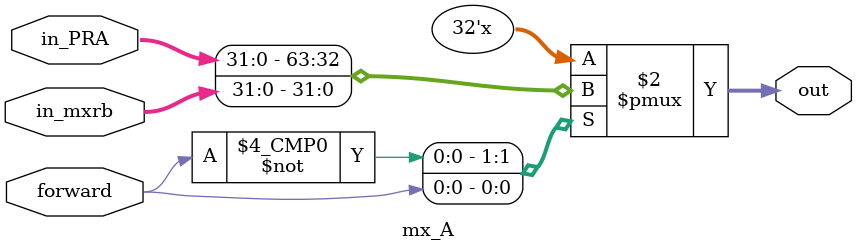
<source format=v>
module mx_A(in_PRA, in_mxrb, forward, out);

	input 	wire[31:0]	in_PRA, in_mxrb;
	input 	wire		forward;

	output 	reg	[31:0]	out;

	/*
		Com forward = 0, a entrada do banco de registradores é selecionada
		Com forward = 1, a entrada do multiplexador rb é selecionada
	*/
	always @(*) begin
		case(forward)
			1'b0: 				out = in_PRA;
			1'b1: 				out = in_mxrb;
			default:			out = in_PRB;
		endcase
	end

endmodule

</source>
